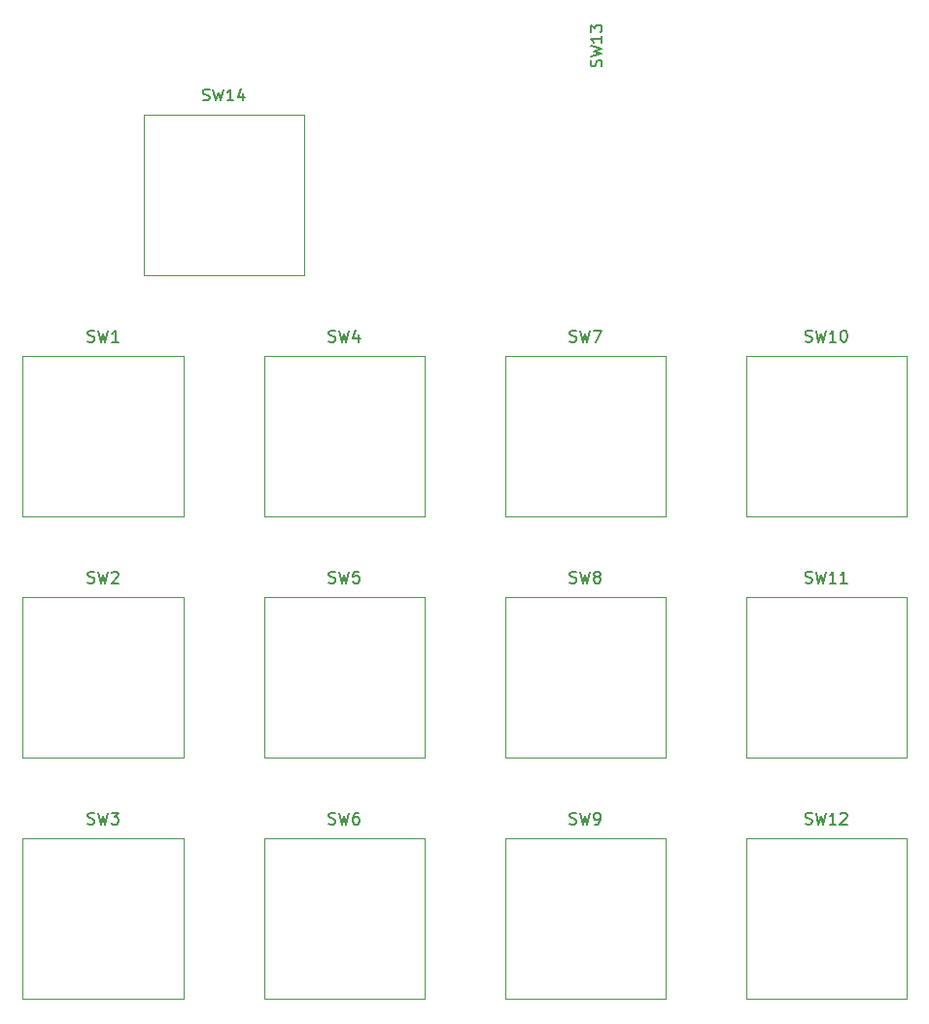
<source format=gbr>
%TF.GenerationSoftware,KiCad,Pcbnew,9.0.1*%
%TF.CreationDate,2025-05-05T15:00:31+02:00*%
%TF.ProjectId,macroboard,6d616372-6f62-46f6-9172-642e6b696361,rev?*%
%TF.SameCoordinates,Original*%
%TF.FileFunction,Legend,Top*%
%TF.FilePolarity,Positive*%
%FSLAX46Y46*%
G04 Gerber Fmt 4.6, Leading zero omitted, Abs format (unit mm)*
G04 Created by KiCad (PCBNEW 9.0.1) date 2025-05-05 15:00:31*
%MOMM*%
%LPD*%
G01*
G04 APERTURE LIST*
%ADD10C,0.150000*%
%ADD11C,0.120000*%
G04 APERTURE END LIST*
D10*
X120666667Y-92744700D02*
X120809524Y-92792319D01*
X120809524Y-92792319D02*
X121047619Y-92792319D01*
X121047619Y-92792319D02*
X121142857Y-92744700D01*
X121142857Y-92744700D02*
X121190476Y-92697080D01*
X121190476Y-92697080D02*
X121238095Y-92601842D01*
X121238095Y-92601842D02*
X121238095Y-92506604D01*
X121238095Y-92506604D02*
X121190476Y-92411366D01*
X121190476Y-92411366D02*
X121142857Y-92363747D01*
X121142857Y-92363747D02*
X121047619Y-92316128D01*
X121047619Y-92316128D02*
X120857143Y-92268509D01*
X120857143Y-92268509D02*
X120761905Y-92220890D01*
X120761905Y-92220890D02*
X120714286Y-92173271D01*
X120714286Y-92173271D02*
X120666667Y-92078033D01*
X120666667Y-92078033D02*
X120666667Y-91982795D01*
X120666667Y-91982795D02*
X120714286Y-91887557D01*
X120714286Y-91887557D02*
X120761905Y-91839938D01*
X120761905Y-91839938D02*
X120857143Y-91792319D01*
X120857143Y-91792319D02*
X121095238Y-91792319D01*
X121095238Y-91792319D02*
X121238095Y-91839938D01*
X121571429Y-91792319D02*
X121809524Y-92792319D01*
X121809524Y-92792319D02*
X122000000Y-92078033D01*
X122000000Y-92078033D02*
X122190476Y-92792319D01*
X122190476Y-92792319D02*
X122428572Y-91792319D01*
X122952381Y-92220890D02*
X122857143Y-92173271D01*
X122857143Y-92173271D02*
X122809524Y-92125652D01*
X122809524Y-92125652D02*
X122761905Y-92030414D01*
X122761905Y-92030414D02*
X122761905Y-91982795D01*
X122761905Y-91982795D02*
X122809524Y-91887557D01*
X122809524Y-91887557D02*
X122857143Y-91839938D01*
X122857143Y-91839938D02*
X122952381Y-91792319D01*
X122952381Y-91792319D02*
X123142857Y-91792319D01*
X123142857Y-91792319D02*
X123238095Y-91839938D01*
X123238095Y-91839938D02*
X123285714Y-91887557D01*
X123285714Y-91887557D02*
X123333333Y-91982795D01*
X123333333Y-91982795D02*
X123333333Y-92030414D01*
X123333333Y-92030414D02*
X123285714Y-92125652D01*
X123285714Y-92125652D02*
X123238095Y-92173271D01*
X123238095Y-92173271D02*
X123142857Y-92220890D01*
X123142857Y-92220890D02*
X122952381Y-92220890D01*
X122952381Y-92220890D02*
X122857143Y-92268509D01*
X122857143Y-92268509D02*
X122809524Y-92316128D01*
X122809524Y-92316128D02*
X122761905Y-92411366D01*
X122761905Y-92411366D02*
X122761905Y-92601842D01*
X122761905Y-92601842D02*
X122809524Y-92697080D01*
X122809524Y-92697080D02*
X122857143Y-92744700D01*
X122857143Y-92744700D02*
X122952381Y-92792319D01*
X122952381Y-92792319D02*
X123142857Y-92792319D01*
X123142857Y-92792319D02*
X123238095Y-92744700D01*
X123238095Y-92744700D02*
X123285714Y-92697080D01*
X123285714Y-92697080D02*
X123333333Y-92601842D01*
X123333333Y-92601842D02*
X123333333Y-92411366D01*
X123333333Y-92411366D02*
X123285714Y-92316128D01*
X123285714Y-92316128D02*
X123238095Y-92268509D01*
X123238095Y-92268509D02*
X123142857Y-92220890D01*
X78666667Y-113744700D02*
X78809524Y-113792319D01*
X78809524Y-113792319D02*
X79047619Y-113792319D01*
X79047619Y-113792319D02*
X79142857Y-113744700D01*
X79142857Y-113744700D02*
X79190476Y-113697080D01*
X79190476Y-113697080D02*
X79238095Y-113601842D01*
X79238095Y-113601842D02*
X79238095Y-113506604D01*
X79238095Y-113506604D02*
X79190476Y-113411366D01*
X79190476Y-113411366D02*
X79142857Y-113363747D01*
X79142857Y-113363747D02*
X79047619Y-113316128D01*
X79047619Y-113316128D02*
X78857143Y-113268509D01*
X78857143Y-113268509D02*
X78761905Y-113220890D01*
X78761905Y-113220890D02*
X78714286Y-113173271D01*
X78714286Y-113173271D02*
X78666667Y-113078033D01*
X78666667Y-113078033D02*
X78666667Y-112982795D01*
X78666667Y-112982795D02*
X78714286Y-112887557D01*
X78714286Y-112887557D02*
X78761905Y-112839938D01*
X78761905Y-112839938D02*
X78857143Y-112792319D01*
X78857143Y-112792319D02*
X79095238Y-112792319D01*
X79095238Y-112792319D02*
X79238095Y-112839938D01*
X79571429Y-112792319D02*
X79809524Y-113792319D01*
X79809524Y-113792319D02*
X80000000Y-113078033D01*
X80000000Y-113078033D02*
X80190476Y-113792319D01*
X80190476Y-113792319D02*
X80428572Y-112792319D01*
X80714286Y-112792319D02*
X81333333Y-112792319D01*
X81333333Y-112792319D02*
X81000000Y-113173271D01*
X81000000Y-113173271D02*
X81142857Y-113173271D01*
X81142857Y-113173271D02*
X81238095Y-113220890D01*
X81238095Y-113220890D02*
X81285714Y-113268509D01*
X81285714Y-113268509D02*
X81333333Y-113363747D01*
X81333333Y-113363747D02*
X81333333Y-113601842D01*
X81333333Y-113601842D02*
X81285714Y-113697080D01*
X81285714Y-113697080D02*
X81238095Y-113744700D01*
X81238095Y-113744700D02*
X81142857Y-113792319D01*
X81142857Y-113792319D02*
X80857143Y-113792319D01*
X80857143Y-113792319D02*
X80761905Y-113744700D01*
X80761905Y-113744700D02*
X80714286Y-113697080D01*
X88690476Y-50744700D02*
X88833333Y-50792319D01*
X88833333Y-50792319D02*
X89071428Y-50792319D01*
X89071428Y-50792319D02*
X89166666Y-50744700D01*
X89166666Y-50744700D02*
X89214285Y-50697080D01*
X89214285Y-50697080D02*
X89261904Y-50601842D01*
X89261904Y-50601842D02*
X89261904Y-50506604D01*
X89261904Y-50506604D02*
X89214285Y-50411366D01*
X89214285Y-50411366D02*
X89166666Y-50363747D01*
X89166666Y-50363747D02*
X89071428Y-50316128D01*
X89071428Y-50316128D02*
X88880952Y-50268509D01*
X88880952Y-50268509D02*
X88785714Y-50220890D01*
X88785714Y-50220890D02*
X88738095Y-50173271D01*
X88738095Y-50173271D02*
X88690476Y-50078033D01*
X88690476Y-50078033D02*
X88690476Y-49982795D01*
X88690476Y-49982795D02*
X88738095Y-49887557D01*
X88738095Y-49887557D02*
X88785714Y-49839938D01*
X88785714Y-49839938D02*
X88880952Y-49792319D01*
X88880952Y-49792319D02*
X89119047Y-49792319D01*
X89119047Y-49792319D02*
X89261904Y-49839938D01*
X89595238Y-49792319D02*
X89833333Y-50792319D01*
X89833333Y-50792319D02*
X90023809Y-50078033D01*
X90023809Y-50078033D02*
X90214285Y-50792319D01*
X90214285Y-50792319D02*
X90452381Y-49792319D01*
X91357142Y-50792319D02*
X90785714Y-50792319D01*
X91071428Y-50792319D02*
X91071428Y-49792319D01*
X91071428Y-49792319D02*
X90976190Y-49935176D01*
X90976190Y-49935176D02*
X90880952Y-50030414D01*
X90880952Y-50030414D02*
X90785714Y-50078033D01*
X92214285Y-50125652D02*
X92214285Y-50792319D01*
X91976190Y-49744700D02*
X91738095Y-50458985D01*
X91738095Y-50458985D02*
X92357142Y-50458985D01*
X99666667Y-92744700D02*
X99809524Y-92792319D01*
X99809524Y-92792319D02*
X100047619Y-92792319D01*
X100047619Y-92792319D02*
X100142857Y-92744700D01*
X100142857Y-92744700D02*
X100190476Y-92697080D01*
X100190476Y-92697080D02*
X100238095Y-92601842D01*
X100238095Y-92601842D02*
X100238095Y-92506604D01*
X100238095Y-92506604D02*
X100190476Y-92411366D01*
X100190476Y-92411366D02*
X100142857Y-92363747D01*
X100142857Y-92363747D02*
X100047619Y-92316128D01*
X100047619Y-92316128D02*
X99857143Y-92268509D01*
X99857143Y-92268509D02*
X99761905Y-92220890D01*
X99761905Y-92220890D02*
X99714286Y-92173271D01*
X99714286Y-92173271D02*
X99666667Y-92078033D01*
X99666667Y-92078033D02*
X99666667Y-91982795D01*
X99666667Y-91982795D02*
X99714286Y-91887557D01*
X99714286Y-91887557D02*
X99761905Y-91839938D01*
X99761905Y-91839938D02*
X99857143Y-91792319D01*
X99857143Y-91792319D02*
X100095238Y-91792319D01*
X100095238Y-91792319D02*
X100238095Y-91839938D01*
X100571429Y-91792319D02*
X100809524Y-92792319D01*
X100809524Y-92792319D02*
X101000000Y-92078033D01*
X101000000Y-92078033D02*
X101190476Y-92792319D01*
X101190476Y-92792319D02*
X101428572Y-91792319D01*
X102285714Y-91792319D02*
X101809524Y-91792319D01*
X101809524Y-91792319D02*
X101761905Y-92268509D01*
X101761905Y-92268509D02*
X101809524Y-92220890D01*
X101809524Y-92220890D02*
X101904762Y-92173271D01*
X101904762Y-92173271D02*
X102142857Y-92173271D01*
X102142857Y-92173271D02*
X102238095Y-92220890D01*
X102238095Y-92220890D02*
X102285714Y-92268509D01*
X102285714Y-92268509D02*
X102333333Y-92363747D01*
X102333333Y-92363747D02*
X102333333Y-92601842D01*
X102333333Y-92601842D02*
X102285714Y-92697080D01*
X102285714Y-92697080D02*
X102238095Y-92744700D01*
X102238095Y-92744700D02*
X102142857Y-92792319D01*
X102142857Y-92792319D02*
X101904762Y-92792319D01*
X101904762Y-92792319D02*
X101809524Y-92744700D01*
X101809524Y-92744700D02*
X101761905Y-92697080D01*
X141190476Y-92744700D02*
X141333333Y-92792319D01*
X141333333Y-92792319D02*
X141571428Y-92792319D01*
X141571428Y-92792319D02*
X141666666Y-92744700D01*
X141666666Y-92744700D02*
X141714285Y-92697080D01*
X141714285Y-92697080D02*
X141761904Y-92601842D01*
X141761904Y-92601842D02*
X141761904Y-92506604D01*
X141761904Y-92506604D02*
X141714285Y-92411366D01*
X141714285Y-92411366D02*
X141666666Y-92363747D01*
X141666666Y-92363747D02*
X141571428Y-92316128D01*
X141571428Y-92316128D02*
X141380952Y-92268509D01*
X141380952Y-92268509D02*
X141285714Y-92220890D01*
X141285714Y-92220890D02*
X141238095Y-92173271D01*
X141238095Y-92173271D02*
X141190476Y-92078033D01*
X141190476Y-92078033D02*
X141190476Y-91982795D01*
X141190476Y-91982795D02*
X141238095Y-91887557D01*
X141238095Y-91887557D02*
X141285714Y-91839938D01*
X141285714Y-91839938D02*
X141380952Y-91792319D01*
X141380952Y-91792319D02*
X141619047Y-91792319D01*
X141619047Y-91792319D02*
X141761904Y-91839938D01*
X142095238Y-91792319D02*
X142333333Y-92792319D01*
X142333333Y-92792319D02*
X142523809Y-92078033D01*
X142523809Y-92078033D02*
X142714285Y-92792319D01*
X142714285Y-92792319D02*
X142952381Y-91792319D01*
X143857142Y-92792319D02*
X143285714Y-92792319D01*
X143571428Y-92792319D02*
X143571428Y-91792319D01*
X143571428Y-91792319D02*
X143476190Y-91935176D01*
X143476190Y-91935176D02*
X143380952Y-92030414D01*
X143380952Y-92030414D02*
X143285714Y-92078033D01*
X144809523Y-92792319D02*
X144238095Y-92792319D01*
X144523809Y-92792319D02*
X144523809Y-91792319D01*
X144523809Y-91792319D02*
X144428571Y-91935176D01*
X144428571Y-91935176D02*
X144333333Y-92030414D01*
X144333333Y-92030414D02*
X144238095Y-92078033D01*
X78666667Y-71744700D02*
X78809524Y-71792319D01*
X78809524Y-71792319D02*
X79047619Y-71792319D01*
X79047619Y-71792319D02*
X79142857Y-71744700D01*
X79142857Y-71744700D02*
X79190476Y-71697080D01*
X79190476Y-71697080D02*
X79238095Y-71601842D01*
X79238095Y-71601842D02*
X79238095Y-71506604D01*
X79238095Y-71506604D02*
X79190476Y-71411366D01*
X79190476Y-71411366D02*
X79142857Y-71363747D01*
X79142857Y-71363747D02*
X79047619Y-71316128D01*
X79047619Y-71316128D02*
X78857143Y-71268509D01*
X78857143Y-71268509D02*
X78761905Y-71220890D01*
X78761905Y-71220890D02*
X78714286Y-71173271D01*
X78714286Y-71173271D02*
X78666667Y-71078033D01*
X78666667Y-71078033D02*
X78666667Y-70982795D01*
X78666667Y-70982795D02*
X78714286Y-70887557D01*
X78714286Y-70887557D02*
X78761905Y-70839938D01*
X78761905Y-70839938D02*
X78857143Y-70792319D01*
X78857143Y-70792319D02*
X79095238Y-70792319D01*
X79095238Y-70792319D02*
X79238095Y-70839938D01*
X79571429Y-70792319D02*
X79809524Y-71792319D01*
X79809524Y-71792319D02*
X80000000Y-71078033D01*
X80000000Y-71078033D02*
X80190476Y-71792319D01*
X80190476Y-71792319D02*
X80428572Y-70792319D01*
X81333333Y-71792319D02*
X80761905Y-71792319D01*
X81047619Y-71792319D02*
X81047619Y-70792319D01*
X81047619Y-70792319D02*
X80952381Y-70935176D01*
X80952381Y-70935176D02*
X80857143Y-71030414D01*
X80857143Y-71030414D02*
X80761905Y-71078033D01*
X99666667Y-113744700D02*
X99809524Y-113792319D01*
X99809524Y-113792319D02*
X100047619Y-113792319D01*
X100047619Y-113792319D02*
X100142857Y-113744700D01*
X100142857Y-113744700D02*
X100190476Y-113697080D01*
X100190476Y-113697080D02*
X100238095Y-113601842D01*
X100238095Y-113601842D02*
X100238095Y-113506604D01*
X100238095Y-113506604D02*
X100190476Y-113411366D01*
X100190476Y-113411366D02*
X100142857Y-113363747D01*
X100142857Y-113363747D02*
X100047619Y-113316128D01*
X100047619Y-113316128D02*
X99857143Y-113268509D01*
X99857143Y-113268509D02*
X99761905Y-113220890D01*
X99761905Y-113220890D02*
X99714286Y-113173271D01*
X99714286Y-113173271D02*
X99666667Y-113078033D01*
X99666667Y-113078033D02*
X99666667Y-112982795D01*
X99666667Y-112982795D02*
X99714286Y-112887557D01*
X99714286Y-112887557D02*
X99761905Y-112839938D01*
X99761905Y-112839938D02*
X99857143Y-112792319D01*
X99857143Y-112792319D02*
X100095238Y-112792319D01*
X100095238Y-112792319D02*
X100238095Y-112839938D01*
X100571429Y-112792319D02*
X100809524Y-113792319D01*
X100809524Y-113792319D02*
X101000000Y-113078033D01*
X101000000Y-113078033D02*
X101190476Y-113792319D01*
X101190476Y-113792319D02*
X101428572Y-112792319D01*
X102238095Y-112792319D02*
X102047619Y-112792319D01*
X102047619Y-112792319D02*
X101952381Y-112839938D01*
X101952381Y-112839938D02*
X101904762Y-112887557D01*
X101904762Y-112887557D02*
X101809524Y-113030414D01*
X101809524Y-113030414D02*
X101761905Y-113220890D01*
X101761905Y-113220890D02*
X101761905Y-113601842D01*
X101761905Y-113601842D02*
X101809524Y-113697080D01*
X101809524Y-113697080D02*
X101857143Y-113744700D01*
X101857143Y-113744700D02*
X101952381Y-113792319D01*
X101952381Y-113792319D02*
X102142857Y-113792319D01*
X102142857Y-113792319D02*
X102238095Y-113744700D01*
X102238095Y-113744700D02*
X102285714Y-113697080D01*
X102285714Y-113697080D02*
X102333333Y-113601842D01*
X102333333Y-113601842D02*
X102333333Y-113363747D01*
X102333333Y-113363747D02*
X102285714Y-113268509D01*
X102285714Y-113268509D02*
X102238095Y-113220890D01*
X102238095Y-113220890D02*
X102142857Y-113173271D01*
X102142857Y-113173271D02*
X101952381Y-113173271D01*
X101952381Y-113173271D02*
X101857143Y-113220890D01*
X101857143Y-113220890D02*
X101809524Y-113268509D01*
X101809524Y-113268509D02*
X101761905Y-113363747D01*
X123407200Y-47809523D02*
X123454819Y-47666666D01*
X123454819Y-47666666D02*
X123454819Y-47428571D01*
X123454819Y-47428571D02*
X123407200Y-47333333D01*
X123407200Y-47333333D02*
X123359580Y-47285714D01*
X123359580Y-47285714D02*
X123264342Y-47238095D01*
X123264342Y-47238095D02*
X123169104Y-47238095D01*
X123169104Y-47238095D02*
X123073866Y-47285714D01*
X123073866Y-47285714D02*
X123026247Y-47333333D01*
X123026247Y-47333333D02*
X122978628Y-47428571D01*
X122978628Y-47428571D02*
X122931009Y-47619047D01*
X122931009Y-47619047D02*
X122883390Y-47714285D01*
X122883390Y-47714285D02*
X122835771Y-47761904D01*
X122835771Y-47761904D02*
X122740533Y-47809523D01*
X122740533Y-47809523D02*
X122645295Y-47809523D01*
X122645295Y-47809523D02*
X122550057Y-47761904D01*
X122550057Y-47761904D02*
X122502438Y-47714285D01*
X122502438Y-47714285D02*
X122454819Y-47619047D01*
X122454819Y-47619047D02*
X122454819Y-47380952D01*
X122454819Y-47380952D02*
X122502438Y-47238095D01*
X122454819Y-46904761D02*
X123454819Y-46666666D01*
X123454819Y-46666666D02*
X122740533Y-46476190D01*
X122740533Y-46476190D02*
X123454819Y-46285714D01*
X123454819Y-46285714D02*
X122454819Y-46047619D01*
X123454819Y-45142857D02*
X123454819Y-45714285D01*
X123454819Y-45428571D02*
X122454819Y-45428571D01*
X122454819Y-45428571D02*
X122597676Y-45523809D01*
X122597676Y-45523809D02*
X122692914Y-45619047D01*
X122692914Y-45619047D02*
X122740533Y-45714285D01*
X122454819Y-44809523D02*
X122454819Y-44190476D01*
X122454819Y-44190476D02*
X122835771Y-44523809D01*
X122835771Y-44523809D02*
X122835771Y-44380952D01*
X122835771Y-44380952D02*
X122883390Y-44285714D01*
X122883390Y-44285714D02*
X122931009Y-44238095D01*
X122931009Y-44238095D02*
X123026247Y-44190476D01*
X123026247Y-44190476D02*
X123264342Y-44190476D01*
X123264342Y-44190476D02*
X123359580Y-44238095D01*
X123359580Y-44238095D02*
X123407200Y-44285714D01*
X123407200Y-44285714D02*
X123454819Y-44380952D01*
X123454819Y-44380952D02*
X123454819Y-44666666D01*
X123454819Y-44666666D02*
X123407200Y-44761904D01*
X123407200Y-44761904D02*
X123359580Y-44809523D01*
X141190476Y-113744700D02*
X141333333Y-113792319D01*
X141333333Y-113792319D02*
X141571428Y-113792319D01*
X141571428Y-113792319D02*
X141666666Y-113744700D01*
X141666666Y-113744700D02*
X141714285Y-113697080D01*
X141714285Y-113697080D02*
X141761904Y-113601842D01*
X141761904Y-113601842D02*
X141761904Y-113506604D01*
X141761904Y-113506604D02*
X141714285Y-113411366D01*
X141714285Y-113411366D02*
X141666666Y-113363747D01*
X141666666Y-113363747D02*
X141571428Y-113316128D01*
X141571428Y-113316128D02*
X141380952Y-113268509D01*
X141380952Y-113268509D02*
X141285714Y-113220890D01*
X141285714Y-113220890D02*
X141238095Y-113173271D01*
X141238095Y-113173271D02*
X141190476Y-113078033D01*
X141190476Y-113078033D02*
X141190476Y-112982795D01*
X141190476Y-112982795D02*
X141238095Y-112887557D01*
X141238095Y-112887557D02*
X141285714Y-112839938D01*
X141285714Y-112839938D02*
X141380952Y-112792319D01*
X141380952Y-112792319D02*
X141619047Y-112792319D01*
X141619047Y-112792319D02*
X141761904Y-112839938D01*
X142095238Y-112792319D02*
X142333333Y-113792319D01*
X142333333Y-113792319D02*
X142523809Y-113078033D01*
X142523809Y-113078033D02*
X142714285Y-113792319D01*
X142714285Y-113792319D02*
X142952381Y-112792319D01*
X143857142Y-113792319D02*
X143285714Y-113792319D01*
X143571428Y-113792319D02*
X143571428Y-112792319D01*
X143571428Y-112792319D02*
X143476190Y-112935176D01*
X143476190Y-112935176D02*
X143380952Y-113030414D01*
X143380952Y-113030414D02*
X143285714Y-113078033D01*
X144238095Y-112887557D02*
X144285714Y-112839938D01*
X144285714Y-112839938D02*
X144380952Y-112792319D01*
X144380952Y-112792319D02*
X144619047Y-112792319D01*
X144619047Y-112792319D02*
X144714285Y-112839938D01*
X144714285Y-112839938D02*
X144761904Y-112887557D01*
X144761904Y-112887557D02*
X144809523Y-112982795D01*
X144809523Y-112982795D02*
X144809523Y-113078033D01*
X144809523Y-113078033D02*
X144761904Y-113220890D01*
X144761904Y-113220890D02*
X144190476Y-113792319D01*
X144190476Y-113792319D02*
X144809523Y-113792319D01*
X120666667Y-71744700D02*
X120809524Y-71792319D01*
X120809524Y-71792319D02*
X121047619Y-71792319D01*
X121047619Y-71792319D02*
X121142857Y-71744700D01*
X121142857Y-71744700D02*
X121190476Y-71697080D01*
X121190476Y-71697080D02*
X121238095Y-71601842D01*
X121238095Y-71601842D02*
X121238095Y-71506604D01*
X121238095Y-71506604D02*
X121190476Y-71411366D01*
X121190476Y-71411366D02*
X121142857Y-71363747D01*
X121142857Y-71363747D02*
X121047619Y-71316128D01*
X121047619Y-71316128D02*
X120857143Y-71268509D01*
X120857143Y-71268509D02*
X120761905Y-71220890D01*
X120761905Y-71220890D02*
X120714286Y-71173271D01*
X120714286Y-71173271D02*
X120666667Y-71078033D01*
X120666667Y-71078033D02*
X120666667Y-70982795D01*
X120666667Y-70982795D02*
X120714286Y-70887557D01*
X120714286Y-70887557D02*
X120761905Y-70839938D01*
X120761905Y-70839938D02*
X120857143Y-70792319D01*
X120857143Y-70792319D02*
X121095238Y-70792319D01*
X121095238Y-70792319D02*
X121238095Y-70839938D01*
X121571429Y-70792319D02*
X121809524Y-71792319D01*
X121809524Y-71792319D02*
X122000000Y-71078033D01*
X122000000Y-71078033D02*
X122190476Y-71792319D01*
X122190476Y-71792319D02*
X122428572Y-70792319D01*
X122714286Y-70792319D02*
X123380952Y-70792319D01*
X123380952Y-70792319D02*
X122952381Y-71792319D01*
X141190476Y-71744700D02*
X141333333Y-71792319D01*
X141333333Y-71792319D02*
X141571428Y-71792319D01*
X141571428Y-71792319D02*
X141666666Y-71744700D01*
X141666666Y-71744700D02*
X141714285Y-71697080D01*
X141714285Y-71697080D02*
X141761904Y-71601842D01*
X141761904Y-71601842D02*
X141761904Y-71506604D01*
X141761904Y-71506604D02*
X141714285Y-71411366D01*
X141714285Y-71411366D02*
X141666666Y-71363747D01*
X141666666Y-71363747D02*
X141571428Y-71316128D01*
X141571428Y-71316128D02*
X141380952Y-71268509D01*
X141380952Y-71268509D02*
X141285714Y-71220890D01*
X141285714Y-71220890D02*
X141238095Y-71173271D01*
X141238095Y-71173271D02*
X141190476Y-71078033D01*
X141190476Y-71078033D02*
X141190476Y-70982795D01*
X141190476Y-70982795D02*
X141238095Y-70887557D01*
X141238095Y-70887557D02*
X141285714Y-70839938D01*
X141285714Y-70839938D02*
X141380952Y-70792319D01*
X141380952Y-70792319D02*
X141619047Y-70792319D01*
X141619047Y-70792319D02*
X141761904Y-70839938D01*
X142095238Y-70792319D02*
X142333333Y-71792319D01*
X142333333Y-71792319D02*
X142523809Y-71078033D01*
X142523809Y-71078033D02*
X142714285Y-71792319D01*
X142714285Y-71792319D02*
X142952381Y-70792319D01*
X143857142Y-71792319D02*
X143285714Y-71792319D01*
X143571428Y-71792319D02*
X143571428Y-70792319D01*
X143571428Y-70792319D02*
X143476190Y-70935176D01*
X143476190Y-70935176D02*
X143380952Y-71030414D01*
X143380952Y-71030414D02*
X143285714Y-71078033D01*
X144476190Y-70792319D02*
X144571428Y-70792319D01*
X144571428Y-70792319D02*
X144666666Y-70839938D01*
X144666666Y-70839938D02*
X144714285Y-70887557D01*
X144714285Y-70887557D02*
X144761904Y-70982795D01*
X144761904Y-70982795D02*
X144809523Y-71173271D01*
X144809523Y-71173271D02*
X144809523Y-71411366D01*
X144809523Y-71411366D02*
X144761904Y-71601842D01*
X144761904Y-71601842D02*
X144714285Y-71697080D01*
X144714285Y-71697080D02*
X144666666Y-71744700D01*
X144666666Y-71744700D02*
X144571428Y-71792319D01*
X144571428Y-71792319D02*
X144476190Y-71792319D01*
X144476190Y-71792319D02*
X144380952Y-71744700D01*
X144380952Y-71744700D02*
X144333333Y-71697080D01*
X144333333Y-71697080D02*
X144285714Y-71601842D01*
X144285714Y-71601842D02*
X144238095Y-71411366D01*
X144238095Y-71411366D02*
X144238095Y-71173271D01*
X144238095Y-71173271D02*
X144285714Y-70982795D01*
X144285714Y-70982795D02*
X144333333Y-70887557D01*
X144333333Y-70887557D02*
X144380952Y-70839938D01*
X144380952Y-70839938D02*
X144476190Y-70792319D01*
X120666667Y-113744700D02*
X120809524Y-113792319D01*
X120809524Y-113792319D02*
X121047619Y-113792319D01*
X121047619Y-113792319D02*
X121142857Y-113744700D01*
X121142857Y-113744700D02*
X121190476Y-113697080D01*
X121190476Y-113697080D02*
X121238095Y-113601842D01*
X121238095Y-113601842D02*
X121238095Y-113506604D01*
X121238095Y-113506604D02*
X121190476Y-113411366D01*
X121190476Y-113411366D02*
X121142857Y-113363747D01*
X121142857Y-113363747D02*
X121047619Y-113316128D01*
X121047619Y-113316128D02*
X120857143Y-113268509D01*
X120857143Y-113268509D02*
X120761905Y-113220890D01*
X120761905Y-113220890D02*
X120714286Y-113173271D01*
X120714286Y-113173271D02*
X120666667Y-113078033D01*
X120666667Y-113078033D02*
X120666667Y-112982795D01*
X120666667Y-112982795D02*
X120714286Y-112887557D01*
X120714286Y-112887557D02*
X120761905Y-112839938D01*
X120761905Y-112839938D02*
X120857143Y-112792319D01*
X120857143Y-112792319D02*
X121095238Y-112792319D01*
X121095238Y-112792319D02*
X121238095Y-112839938D01*
X121571429Y-112792319D02*
X121809524Y-113792319D01*
X121809524Y-113792319D02*
X122000000Y-113078033D01*
X122000000Y-113078033D02*
X122190476Y-113792319D01*
X122190476Y-113792319D02*
X122428572Y-112792319D01*
X122857143Y-113792319D02*
X123047619Y-113792319D01*
X123047619Y-113792319D02*
X123142857Y-113744700D01*
X123142857Y-113744700D02*
X123190476Y-113697080D01*
X123190476Y-113697080D02*
X123285714Y-113554223D01*
X123285714Y-113554223D02*
X123333333Y-113363747D01*
X123333333Y-113363747D02*
X123333333Y-112982795D01*
X123333333Y-112982795D02*
X123285714Y-112887557D01*
X123285714Y-112887557D02*
X123238095Y-112839938D01*
X123238095Y-112839938D02*
X123142857Y-112792319D01*
X123142857Y-112792319D02*
X122952381Y-112792319D01*
X122952381Y-112792319D02*
X122857143Y-112839938D01*
X122857143Y-112839938D02*
X122809524Y-112887557D01*
X122809524Y-112887557D02*
X122761905Y-112982795D01*
X122761905Y-112982795D02*
X122761905Y-113220890D01*
X122761905Y-113220890D02*
X122809524Y-113316128D01*
X122809524Y-113316128D02*
X122857143Y-113363747D01*
X122857143Y-113363747D02*
X122952381Y-113411366D01*
X122952381Y-113411366D02*
X123142857Y-113411366D01*
X123142857Y-113411366D02*
X123238095Y-113363747D01*
X123238095Y-113363747D02*
X123285714Y-113316128D01*
X123285714Y-113316128D02*
X123333333Y-113220890D01*
X99666667Y-71744700D02*
X99809524Y-71792319D01*
X99809524Y-71792319D02*
X100047619Y-71792319D01*
X100047619Y-71792319D02*
X100142857Y-71744700D01*
X100142857Y-71744700D02*
X100190476Y-71697080D01*
X100190476Y-71697080D02*
X100238095Y-71601842D01*
X100238095Y-71601842D02*
X100238095Y-71506604D01*
X100238095Y-71506604D02*
X100190476Y-71411366D01*
X100190476Y-71411366D02*
X100142857Y-71363747D01*
X100142857Y-71363747D02*
X100047619Y-71316128D01*
X100047619Y-71316128D02*
X99857143Y-71268509D01*
X99857143Y-71268509D02*
X99761905Y-71220890D01*
X99761905Y-71220890D02*
X99714286Y-71173271D01*
X99714286Y-71173271D02*
X99666667Y-71078033D01*
X99666667Y-71078033D02*
X99666667Y-70982795D01*
X99666667Y-70982795D02*
X99714286Y-70887557D01*
X99714286Y-70887557D02*
X99761905Y-70839938D01*
X99761905Y-70839938D02*
X99857143Y-70792319D01*
X99857143Y-70792319D02*
X100095238Y-70792319D01*
X100095238Y-70792319D02*
X100238095Y-70839938D01*
X100571429Y-70792319D02*
X100809524Y-71792319D01*
X100809524Y-71792319D02*
X101000000Y-71078033D01*
X101000000Y-71078033D02*
X101190476Y-71792319D01*
X101190476Y-71792319D02*
X101428572Y-70792319D01*
X102238095Y-71125652D02*
X102238095Y-71792319D01*
X102000000Y-70744700D02*
X101761905Y-71458985D01*
X101761905Y-71458985D02*
X102380952Y-71458985D01*
X78666667Y-92744700D02*
X78809524Y-92792319D01*
X78809524Y-92792319D02*
X79047619Y-92792319D01*
X79047619Y-92792319D02*
X79142857Y-92744700D01*
X79142857Y-92744700D02*
X79190476Y-92697080D01*
X79190476Y-92697080D02*
X79238095Y-92601842D01*
X79238095Y-92601842D02*
X79238095Y-92506604D01*
X79238095Y-92506604D02*
X79190476Y-92411366D01*
X79190476Y-92411366D02*
X79142857Y-92363747D01*
X79142857Y-92363747D02*
X79047619Y-92316128D01*
X79047619Y-92316128D02*
X78857143Y-92268509D01*
X78857143Y-92268509D02*
X78761905Y-92220890D01*
X78761905Y-92220890D02*
X78714286Y-92173271D01*
X78714286Y-92173271D02*
X78666667Y-92078033D01*
X78666667Y-92078033D02*
X78666667Y-91982795D01*
X78666667Y-91982795D02*
X78714286Y-91887557D01*
X78714286Y-91887557D02*
X78761905Y-91839938D01*
X78761905Y-91839938D02*
X78857143Y-91792319D01*
X78857143Y-91792319D02*
X79095238Y-91792319D01*
X79095238Y-91792319D02*
X79238095Y-91839938D01*
X79571429Y-91792319D02*
X79809524Y-92792319D01*
X79809524Y-92792319D02*
X80000000Y-92078033D01*
X80000000Y-92078033D02*
X80190476Y-92792319D01*
X80190476Y-92792319D02*
X80428572Y-91792319D01*
X80761905Y-91887557D02*
X80809524Y-91839938D01*
X80809524Y-91839938D02*
X80904762Y-91792319D01*
X80904762Y-91792319D02*
X81142857Y-91792319D01*
X81142857Y-91792319D02*
X81238095Y-91839938D01*
X81238095Y-91839938D02*
X81285714Y-91887557D01*
X81285714Y-91887557D02*
X81333333Y-91982795D01*
X81333333Y-91982795D02*
X81333333Y-92078033D01*
X81333333Y-92078033D02*
X81285714Y-92220890D01*
X81285714Y-92220890D02*
X80714286Y-92792319D01*
X80714286Y-92792319D02*
X81333333Y-92792319D01*
D11*
%TO.C,SW8*%
X115000000Y-94000000D02*
X115000000Y-108000000D01*
X115000000Y-94000000D02*
X129000000Y-94000000D01*
X129000000Y-94000000D02*
X129000000Y-108000000D01*
X129000000Y-108000000D02*
X115000000Y-108000000D01*
%TO.C,SW3*%
X73000000Y-115000000D02*
X73000000Y-129000000D01*
X73000000Y-115000000D02*
X87000000Y-115000000D01*
X87000000Y-115000000D02*
X87000000Y-129000000D01*
X87000000Y-129000000D02*
X73000000Y-129000000D01*
%TO.C,SW14*%
X83500000Y-52000000D02*
X83500000Y-66000000D01*
X83500000Y-52000000D02*
X97500000Y-52000000D01*
X97500000Y-52000000D02*
X97500000Y-66000000D01*
X97500000Y-66000000D02*
X83500000Y-66000000D01*
%TO.C,SW5*%
X94000000Y-94000000D02*
X94000000Y-108000000D01*
X94000000Y-94000000D02*
X108000000Y-94000000D01*
X108000000Y-94000000D02*
X108000000Y-108000000D01*
X108000000Y-108000000D02*
X94000000Y-108000000D01*
%TO.C,SW11*%
X136000000Y-94000000D02*
X136000000Y-108000000D01*
X136000000Y-94000000D02*
X150000000Y-94000000D01*
X150000000Y-94000000D02*
X150000000Y-108000000D01*
X150000000Y-108000000D02*
X136000000Y-108000000D01*
%TO.C,SW1*%
X73000000Y-73000000D02*
X73000000Y-87000000D01*
X73000000Y-73000000D02*
X87000000Y-73000000D01*
X87000000Y-73000000D02*
X87000000Y-87000000D01*
X87000000Y-87000000D02*
X73000000Y-87000000D01*
%TO.C,SW6*%
X94000000Y-115000000D02*
X94000000Y-129000000D01*
X94000000Y-115000000D02*
X108000000Y-115000000D01*
X108000000Y-115000000D02*
X108000000Y-129000000D01*
X108000000Y-129000000D02*
X94000000Y-129000000D01*
%TO.C,SW12*%
X136000000Y-115000000D02*
X136000000Y-129000000D01*
X136000000Y-115000000D02*
X150000000Y-115000000D01*
X150000000Y-115000000D02*
X150000000Y-129000000D01*
X150000000Y-129000000D02*
X136000000Y-129000000D01*
%TO.C,SW7*%
X115000000Y-73000000D02*
X115000000Y-87000000D01*
X115000000Y-73000000D02*
X129000000Y-73000000D01*
X129000000Y-73000000D02*
X129000000Y-87000000D01*
X129000000Y-87000000D02*
X115000000Y-87000000D01*
%TO.C,SW10*%
X136000000Y-73000000D02*
X136000000Y-87000000D01*
X136000000Y-73000000D02*
X150000000Y-73000000D01*
X150000000Y-73000000D02*
X150000000Y-87000000D01*
X150000000Y-87000000D02*
X136000000Y-87000000D01*
%TO.C,SW9*%
X115000000Y-115000000D02*
X115000000Y-129000000D01*
X115000000Y-115000000D02*
X129000000Y-115000000D01*
X129000000Y-115000000D02*
X129000000Y-129000000D01*
X129000000Y-129000000D02*
X115000000Y-129000000D01*
%TO.C,SW4*%
X94000000Y-73000000D02*
X94000000Y-87000000D01*
X94000000Y-73000000D02*
X108000000Y-73000000D01*
X108000000Y-73000000D02*
X108000000Y-87000000D01*
X108000000Y-87000000D02*
X94000000Y-87000000D01*
%TO.C,SW2*%
X73000000Y-94000000D02*
X73000000Y-108000000D01*
X73000000Y-94000000D02*
X87000000Y-94000000D01*
X87000000Y-94000000D02*
X87000000Y-108000000D01*
X87000000Y-108000000D02*
X73000000Y-108000000D01*
%TD*%
M02*

</source>
